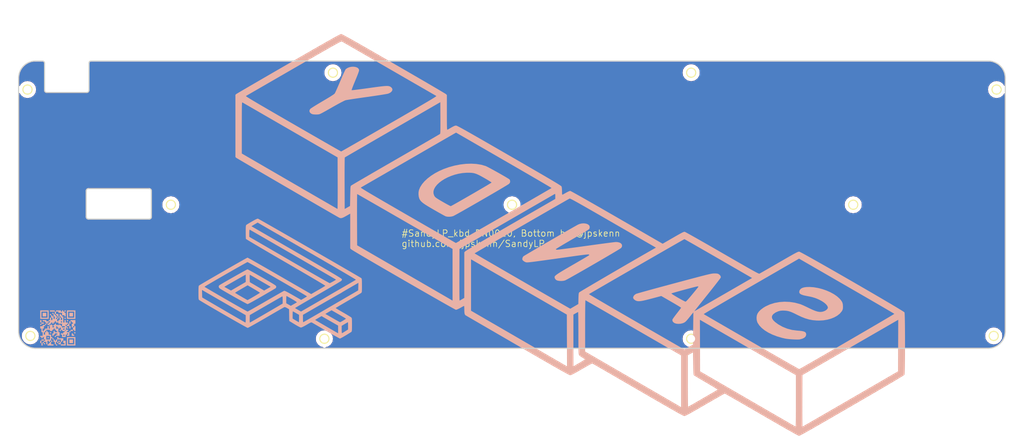
<source format=kicad_pcb>
(kicad_pcb (version 20240108) (generator "pcbnew") (generator_version "8.0")
  (title_block (title "Sandy") (date "2023-01-06") (rev "v.0") (company "@jpskenn"))
  (layers (0 "F.Cu" signal) (31 "B.Cu" signal) (34 "B.Paste" user) (35 "F.Paste" user) (36 "B.SilkS" user "B.Silkscreen") (37 "F.SilkS" user "F.Silkscreen") (38 "B.Mask" user) (39 "F.Mask" user) (44 "Edge.Cuts" user))
  (net 0 "")
  (footprint "locallib:MXOnly-1U-Hotswap-guide-dummy" (layer "F.Cu") (at 235.371695 84.153685)
    (property "Reference" "SW_<1")
    (property "Value" "SW_Push")
  )
  (footprint "locallib:MXOnly-1U-Hotswap-guide-dummy" (layer "F.Cu") (at 254.421775 84.153685)
    (property "Reference" "SW_>1")
    (property "Value" "SW_Push")
  )
  (footprint "locallib:MXOnly-1U-Hotswap-guide-dummy" (layer "F.Cu") (at 54.395935 65.103565)
    (property "Reference" "SW_A1")
    (property "Value" "SW_Push")
  )
  (footprint "locallib:MXOnly-1U-Hotswap-guide-dummy" (layer "F.Cu") (at 82.970935 84.153645)
    (property "Reference" "SW_C1")
    (property "Value" "SW_Push")
  )
  (footprint "locallib:MXOnly-1U-Hotswap-guide-dummy" (layer "F.Cu") (at 92.495935 65.103565)
    (property "Reference" "SW_D1")
    (property "Value" "SW_Push")
  )
  (footprint "locallib:MXOnly-1U-Hotswap-guide-dummy" (layer "F.Cu") (at 92.495935 46.053485)
    (property "Reference" "SW_E1")
    (property "Value" "SW_Push")
  )
  (footprint "locallib:MXOnly-1U-Hotswap-guide-dummy" (layer "F.Cu") (at 111.545935 65.103565)
    (property "Reference" "SW_F1")
    (property "Value" "SW_Push")
  )
  (footprint "locallib:MXOnly-1U-Hotswap-guide-dummy" (layer "F.Cu") (at 225.846655 46.053525)
    (property "Reference" "SW_I1")
    (property "Value" "SW_Push")
  )
  (footprint "locallib:MXOnly-1U-Hotswap-guide-dummy" (layer "F.Cu") (at 225.846655 65.103605)
    (property "Reference" "SW_K1")
    (property "Value" "SW_Push")
  )
  (footprint "locallib:MXOnly-1U-Hotswap-guide-dummy" (layer "F.Cu") (at 244.896735 65.103605)
    (property "Reference" "SW_L1")
    (property "Value" "SW_Push")
  )
  (footprint "locallib:MXOnly-1U-Hotswap-guide-dummy" (layer "F.Cu") (at 216.321615 84.153645)
    (property "Reference" "SW_M1")
    (property "Value" "SW_Push")
  )
  (footprint "locallib:MXOnly-1U-Hotswap-guide-dummy" (layer "F.Cu") (at 197.271535 84.153645)
    (property "Reference" "SW_N1")
    (property "Value" "SW_Push")
  )
  (footprint "locallib:MXOnly-1U-Hotswap-guide-dummy" (layer "F.Cu") (at 244.896735 46.053525)
    (property "Reference" "SW_O1")
    (property "Value" "SW_Push")
  )
  (footprint "locallib:MXOnly-1U-Hotswap-guide-dummy" (layer "F.Cu") (at 102.020935 84.153645)
    (property "Reference" "SW_V1")
    (property "Value" "SW_Push")
  )
  (footprint "locallib:MXOnly-1U-Hotswap-guide-dummy" (layer "F.Cu") (at 73.445935 46.053485)
    (property "Reference" "SW_W1")
    (property "Value" "SW_Push")
  )
  (footprint "locallib:MXOnly-1U-Hotswap-guide-dummy" (layer "F.Cu") (at 63.920935 84.153645)
    (property "Reference" "SW_X1")
    (property "Value" "SW_Push")
  )
  (footprint "locallib:MXOnly-1U-Hotswap-guide-dummy" (layer "F.Cu") (at 44.870935 84.153645)
    (property "Reference" "SW_Z1")
    (property "Value" "SW_Push")
  )
  (footprint "locallib:MXOnly-1U-Hotswap-guide-dummy" (layer "F.Cu") (at 97.258435 103.203765)
    (property "Reference" "SW_LALTu1")
    (property "Value" "SW_Push")
  )
  (footprint "locallib:MXOnly-1U-Hotswap-guide-dummy" (layer "F.Cu") (at 221.083435 103.203765)
    (property "Reference" "SW_RALT1")
    (property "Value" "SW_Push")
  )
  (footprint "locallib:MXOnly-1U-Hotswap-guide-dummy" (layer "F.Cu") (at 282.995935 65.103605)
    (property "Reference" "SW_ENT1")
    (property "Value" "SW_Push")
  )
  (footprint "locallib:MXOnly-1U-Hotswap-guide-dummy" (layer "F.Cu") (at 263.945975 65.103765)
    (property "Reference" "SW_;1")
    (property "Value" "SW_Push")
  )
  (footprint "locallib:MXOnly-1U-Hotswap-guide-dummy" (layer "F.Cu") (at 35.345935 65.103765)
    (property "Reference" "SW_CTL1")
    (property "Value" "SW_Push")
  )
  (footprint "locallib:MXOnly-1U-Hotswap-guide-dummy" (layer "F.Cu") (at 273.472015 84.153685)
    (property "Reference" "SW_/1")
    (property "Value" "SW_Push")
  )
  (footprint "locallib:MXOnly-1U-Hotswap-guide-dummy" (layer "F.Cu") (at 73.445935 65.103565)
    (property "Reference" "SW_S1")
    (property "Value" "SW_Push")
  )
  (footprint "locallib:MountingHole_2.2mm_M2_No_Cu" (layer "F.Cu") (at 23.895935 42.436218)
    (property "Reference" "H_btm_1")
    (property "Value" "MountingHole")
    (pad "" np_thru_hole circle (at 0 0) (size 2.2 2.2) (drill 2.2) (layers "*.Cu" "*.Mask"))
    (zone (net 0) (net_name "") (layers "F&B.Cu") (connect_pads (clearance 0)) (min_thickness 0.254)
      (keepout (tracks not_allowed) (vias not_allowed) (pads allowed) (copperpour not_allowed) (footprints allowed))
      (fill (thermal_gap 0.508) (thermal_bridge_width 0.508))
      (polygon (pts (xy 24.895935 40.236218) (xy 25.695935 40.836218) (xy 26.195935 41.636218) (xy 26.295935 42.436218) (xy 26.195935 43.236218) (xy 25.695935 44.036218) (xy 24.895935 44.636218) (xy 23.895935 44.836218) (xy 22.895935 44.636218) (xy 22.095935 44.036218) (xy 21.595935 43.236218) (xy 21.495935 42.436218) (xy 21.595935 41.636218) (xy 22.095935 40.836218) (xy 22.895935 40.236218) (xy 23.895935 40.036218)))
    )
  )
  (footprint "locallib:MountingHole_2.2mm_M2_No_Cu" (layer "F.Cu") (at 109.164685 37.71903)
    (property "Reference" "H_btm_2")
    (property "Value" "MountingHole")
    (pad "" np_thru_hole circle (at 0 0) (size 2.2 2.2) (drill 2.2) (layers "*.Cu" "*.Mask"))
    (zone (net 0) (net_name "") (layers "F&B.Cu") (connect_pads (clearance 0)) (min_thickness 0.254)
      (keepout (tracks not_allowed) (vias not_allowed) (pads allowed) (copperpour not_allowed) (footprints allowed))
      (fill (thermal_gap 0.508) (thermal_bridge_width 0.508))
      (polygon (pts (xy 110.164685 35.51903) (xy 110.964685 36.11903) (xy 111.464685 36.91903) (xy 111.564685 37.71903) (xy 111.464685 38.51903) (xy 110.964685 39.31903) (xy 110.164685 39.91903) (xy 109.164685 40.11903) (xy 108.164685 39.91903) (xy 107.364685 39.31903) (xy 106.864685 38.51903) (xy 106.764685 37.71903) (xy 106.864685 36.91903) (xy 107.364685 36.11903) (xy 108.164685 35.51903) (xy 109.164685 35.31903)))
    )
  )
  (footprint "locallib:MountingHole_2.2mm_M2_No_Cu" (layer "F.Cu") (at 209.177185 37.71903)
    (property "Reference" "H_btm_3")
    (property "Value" "MountingHole")
    (pad "" np_thru_hole circle (at 0 0) (size 2.2 2.2) (drill 2.2) (layers "*.Cu" "*.Mask"))
    (zone (net 0) (net_name "") (layers "F&B.Cu") (connect_pads (clearance 0)) (min_thickness 0.254)
      (keepout (tracks not_allowed) (vias not_allowed) (pads allowed) (copperpour not_allowed) (footprints allowed))
      (fill (thermal_gap 0.508) (thermal_bridge_width 0.508))
      (polygon (pts (xy 210.177185 35.51903) (xy 210.977185 36.11903) (xy 211.477185 36.91903) (xy 211.577185 37.71903) (xy 211.477185 38.51903) (xy 210.977185 39.31903) (xy 210.177185 39.91903) (xy 209.177185 40.11903) (xy 208.177185 39.91903) (xy 207.377185 39.31903) (xy 206.877185 38.51903) (xy 206.777185 37.71903) (xy 206.877185 36.91903) (xy 207.377185 36.11903) (xy 208.177185 35.51903) (xy 209.177185 35.31903)))
    )
  )
  (footprint "locallib:MXOnly-1U-Hotswap-guide-dummy" (layer "F.Cu") (at 78.208434 103.203765)
    (property "Reference" "SW_LWIN1")
    (property "Value" "SW_Push")
  )
  (footprint "locallib:MountingHole_2.2mm_M2_No_Cu" (layer "F.Cu") (at 294.445935 42.436218)
    (property "Reference" "H_btm_4")
    (property "Value" "MountingHole")
    (pad "" np_thru_hole circle (at 0 0) (size 2.2 2.2) (drill 2.2) (layers "*.Cu" "*.Mask"))
    (zone (net 0) (net_name "") (layers "F&B.Cu") (connect_pads (clearance 0)) (min_thickness 0.254)
      (keepout (tracks not_allowed) (vias not_allowed) (pads allowed) (copperpour not_allowed) (footprints allowed))
      (fill (thermal_gap 0.508) (thermal_bridge_width 0.508))
      (polygon (pts (xy 295.445935 40.236218) (xy 296.245935 40.836218) (xy 296.745935 41.636218) (xy 296.845935 42.436218) (xy 296.745935 43.236218) (xy 296.245935 44.036218) (xy 295.445935 44.636218) (xy 294.445935 44.836218) (xy 293.445935 44.636218) (xy 292.645935 44.036218) (xy 292.145935 43.236218) (xy 292.045935 42.436218) (xy 292.145935 41.636218) (xy 292.645935 40.836218) (xy 293.445935 40.236218) (xy 294.445935 40.036218)))
    )
  )
  (footprint "locallib:MXOnly-1U-Hotswap-guide-dummy" (layer "F.Cu") (at 206.796575 65.103565)
    (property "Reference" "SW_J1")
    (property "Value" "SW_Push")
  )
  (footprint "locallib:MXOnly-1U-Hotswap-guide-dummy" (layer "F.Cu") (at 118.689685 103.203405)
    (property "Reference" "SW_LSPC1")
    (property "Value" "SW_Push")
  )
  (footprint "locallib:MountingHole_2.2mm_M2_No_Cu" (layer "F.Cu") (at 106.783435 112.08778)
    (property "Reference" "H_btm_9")
    (property "Value" "MountingHole")
    (pad "" np_thru_hole circle (at 0 0) (size 2.2 2.2) (drill 2.2) (layers "*.Cu" "*.Mask"))
    (zone (net 0) (net_name "") (layers "F&B.Cu") (connect_pads (clearance 0)) (min_thickness 0.254)
      (keepout (tracks not_allowed) (vias not_allowed) (pads allowed) (copperpour not_allowed) (footprints allowed))
      (fill (thermal_gap 0.508) (thermal_bridge_width 0.508))
      (polygon (pts (xy 107.783435 109.88778) (xy 108.583435 110.48778) (xy 109.083435 111.28778) (xy 109.183435 112.08778) (xy 109.083435 112.88778) (xy 108.583435 113.68778) (xy 107.783435 114.28778) (xy 106.783435 114.48778) (xy 105.783435 114.28778) (xy 104.983435 113.68778) (xy 104.483435 112.88778) (xy 104.383435 112.08778) (xy 104.483435 111.28778) (xy 104.983435 110.48778) (xy 105.783435 109.88778) (xy 106.783435 109.68778)))
    )
  )
  (footprint "locallib:MountingHole_2.2mm_M2_No_Cu" (layer "F.Cu") (at 24.695935 111.28778)
    (property "Reference" "H_btm_8")
    (property "Value" "MountingHole")
    (pad "" np_thru_hole circle (at 0 0) (size 2.2 2.2) (drill 2.2) (layers "*.Cu" "*.Mask"))
    (zone (net 0) (net_name "") (layers "F&B.Cu") (connect_pads (clearance 0)) (min_thickness 0.254)
      (keepout (tracks not_allowed) (vias not_allowed) (pads allowed) (copperpour not_allowed) (footprints allowed))
      (fill (thermal_gap 0.508) (thermal_bridge_width 0.508))
      (polygon (pts (xy 25.695935 109.08778) (xy 26.495935 109.68778) (xy 26.995935 110.48778) (xy 27.095935 111.28778) (xy 26.995935 112.08778) (xy 26.495935 112.88778) (xy 25.695935 113.48778) (xy 24.695935 113.68778) (xy 23.695935 113.48778) (xy 22.895935 112.88778) (xy 22.395935 112.08778) (xy 22.295935 111.28778) (xy 22.395935 110.48778) (xy 22.895935 109.68778) (xy 23.695935 109.08778) (xy 24.695935 108.88778)))
    )
  )
  (footprint "locallib:MXOnly-1U-Hotswap-guide-dummy" (layer "F.Cu") (at 240.133435 103.203405)
    (property "Reference" "SW_RWIN1")
    (property "Value" "SW_Push")
  )
  (footprint "locallib:MXOnly-1U-Hotswap-guide-dummy" (layer "F.Cu") (at 159.170935 103.203765 90)
    (property "Reference" "SW_R5CNT_C1")
    (property "Value" "RotaryEncoder_Switch")
  )
  (footprint "locallib:MXOnly-1U-Hotswap-guide-dummy" (layer "F.Cu") (at 140.121375 103.203765)
    (property "Reference" "SW_R5CNT_L1")
    (property "Value" "SW_Push")
  )
  (footprint "locallib:MXOnly-1U-Hotswap-guide-dummy" (layer "F.Cu") (at 121.070935 84.153405)
    (property "Reference" "SW_B1")
    (property "Value" "SW_Push")
  )
  (footprint "locallib:MXOnly-1U-Hotswap-guide-dummy" (layer "F.Cu") (at 199.652185 103.203405)
    (property "Reference" "SW_RSPC1")
    (property "Value" "SW_Push")
  )
  (footprint "locallib:MXOnly-1U-Hotswap-guide-dummy" (layer "F.Cu") (at 178.220975 103.203765)
    (property "Reference" "SW_R5CNT_R1")
    (property "Value" "SW_Push")
  )
  (footprint "locallib:MountingHole_2.2mm_M2_No_Cu" (layer "F.Cu") (at 293.645935 111.28778)
    (property "Reference" "H_btm_11")
    (property "Value" "MountingHole")
    (pad "" np_thru_hole circle (at 0 0) (size 2.2 2.2) (drill 2.2) (layers "*.Cu" "*.Mask"))
    (zone (net 0) (net_name "") (layers "F&B.Cu") (connect_pads (clearance 0)) (min_thickness 0.254)
      (keepout (tracks not_allowed) (vias not_allowed) (pads allowed) (copperpour not_allowed) (footprints allowed))
      (fill (thermal_gap 0.508) (thermal_bridge_width 0.508))
      (polygon (pts (xy 294.645935 109.08778) (xy 295.445935 109.68778) (xy 295.945935 110.48778) (xy 296.045935 111.28778) (xy 295.945935 112.08778) (xy 295.445935 112.88778) (xy 294.645935 113.48778) (xy 293.645935 113.68778) (xy 292.645935 113.48778) (xy 291.845935 112.88778) (xy 291.345935 112.08778) (xy 291.245935 111.28778) (xy 291.345935 110.48778) (xy 291.845935 109.68778) (xy 292.645935 109.08778) (xy 293.645935 108.88778)))
    )
  )
  (footprint "locallib:MountingHole_2.2mm_M2_No_Cu" (layer "F.Cu") (at 63.920935 74.628405)
    (property "Reference" "H_btm_5")
    (property "Value" "MountingHole")
    (pad "" np_thru_hole circle (at 0 0) (size 2.2 2.2) (drill 2.2) (layers "*.Cu" "*.Mask"))
    (zone (net 0) (net_name "") (layers "F&B.Cu") (connect_pads (clearance 0)) (min_thickness 0.254)
      (keepout (tracks not_allowed) (vias not_allowed) (pads allowed) (copperpour not_allowed) (footprints allowed))
      (fill (thermal_gap 0.508) (thermal_bridge_width 0.508))
      (polygon (pts (xy 64.920935 72.428405) (xy 65.720935 73.028405) (xy 66.220935 73.828405) (xy 66.320935 74.628405) (xy 66.220935 75.428405) (xy 65.720935 76.228405) (xy 64.920935 76.828405) (xy 63.920935 77.028405) (xy 62.920935 76.828405) (xy 62.120935 76.228405) (xy 61.620935 75.428405) (xy 61.520935 74.628405) (xy 61.620935 73.828405) (xy 62.120935 73.028405) (xy 62.920935 72.428405) (xy 63.920935 72.228405)))
    )
  )
  (footprint "locallib:MountingHole_2.2mm_M2_No_Cu" (layer "F.Cu") (at 254.420935 74.628405)
    (property "Reference" "H_btm_7")
    (property "Value" "MountingHole")
    (pad "" np_thru_hole circle (at 0 0) (size 2.2 2.2) (drill 2.2) (layers "*.Cu" "*.Mask"))
    (zone (net 0) (net_name "") (layers "F&B.Cu") (connect_pads (clearance 0)) (min_thickness 0.254)
      (keepout (tracks not_allowed) (vias not_allowed) (pads allowed) (copperpour not_allowed) (footprints allowed))
      (fill (thermal_gap 0.508) (thermal_bridge_width 0.508))
      (polygon (pts (xy 255.420935 72.428405) (xy 256.220935 73.028405) (xy 256.720935 73.828405) (xy 256.820935 74.628405) (xy 256.720935 75.428405) (xy 256.220935 76.228405) (xy 255.420935 76.828405) (xy 254.420935 77.028405) (xy 253.420935 76.828405) (xy 252.620935 76.228405) (xy 252.120935 75.428405) (xy 252.020935 74.628405) (xy 252.120935 73.828405) (xy 252.620935 73.028405) (xy 253.420935 72.428405) (xy 254.420935 72.228405)))
    )
  )
  (footprint "locallib:SandyLP_outline_Plate_Base_gentle_corner" (layer "F.Cu") (at 159.170935 84.153405)
    (property "Reference" "REF**" (hide yes))
    (property "Value" "60_Outline" (hide yes))
    (fp_line (start -137.7625 25.84371) (end -137.7625 -44.94379) (stroke (width 0.3)) (layer "Edge.Cuts"))
    (fp_line (start -131.100736 -49.70629) (end -133 -49.70629) (stroke (width 0.3)) (layer "Edge.Cuts"))
    (fp_line (start -130.500736 -41.50629) (end -130.500736 -49.10629) (stroke (width 0.3)) (layer "Edge.Cuts"))
    (fp_line (start -129.900736 -40.90629) (end -118.725 -40.90629) (stroke (width 0.3)) (layer "Edge.Cuts"))
    (fp_line (start -118.873528 -6.124264) (end -118.873528 -13.424264) (stroke (width 0.3)) (layer "Edge.Cuts"))
    (fp_line (start -118.273528 -5.524264) (end -101.297792 -5.524264) (stroke (width 0.3)) (layer "Edge.Cuts"))
    (fp_line (start -118.125 -41.50629) (end -118.125 -49.10629) (stroke (width 0.3)) (layer "Edge.Cuts"))
    (fp_line (start -101.297792 -14.024264) (end -118.273528 -14.024264) (stroke (width 0.3)) (layer "Edge.Cuts"))
    (fp_line (start -100.697792 -6.124264) (end -100.697792 -13.424264) (stroke (width 0.3)) (layer "Edge.Cuts"))
    (fp_line (start 132.95 -49.70629) (end -117.525 -49.70629) (stroke (width 0.3)) (layer "Edge.Cuts"))
    (fp_line (start 132.95 30.60621) (end -133 30.60621) (stroke (width 0.3)) (layer "Edge.Cuts"))
    (fp_line (start 137.7125 25.84371) (end 137.7125 -44.94379) (stroke (width 0.3)) (layer "Edge.Cuts"))
    (fp_arc (start -137.7625 -44.94379) (mid -136.367596 -48.311386) (end -133 -49.70629) (stroke (width 0.3)) (layer "Edge.Cuts"))
    (fp_arc (start -133 30.60621) (mid -136.367596 29.211306) (end -137.7625 25.84371) (stroke (width 0.3)) (layer "Edge.Cuts"))
    (fp_arc (start -131.100736 -49.70629) (mid -130.676472 -49.530554) (end -130.500736 -49.10629) (stroke (width 0.3)) (layer "Edge.Cuts"))
    (fp_arc (start -129.900736 -40.90629) (mid -130.325 -41.082026) (end -130.500736 -41.50629) (stroke (width 0.3)) (layer "Edge.Cuts"))
    (fp_arc (start -118.873528 -13.424264) (mid -118.697792 -13.848528) (end -118.273528 -14.024264) (stroke (width 0.3)) (layer "Edge.Cuts"))
    (fp_arc (start -118.273528 -5.524264) (mid -118.697792 -5.7) (end -118.873528 -6.124264) (stroke (width 0.3)) (layer "Edge.Cuts"))
    (fp_arc (start -118.125 -49.10629) (mid -117.949264 -49.530554) (end -117.525 -49.70629) (stroke (width 0.3)) (layer "Edge.Cuts"))
    (fp_arc (start -118.125 -41.50629) (mid -118.300736 -41.082026) (end -118.725 -40.90629) (stroke (width 0.3)) (layer "Edge.Cuts"))
    (fp_arc (start -101.297792 -14.024264) (mid -100.873528 -13.848528) (end -100.697792 -13.424264) (stroke (width 0.3)) (layer "Edge.Cuts"))
    (fp_arc (start -100.697792 -6.124264) (mid -100.873528 -5.7) (end -101.297792 -5.524264) (stroke (width 0.3)) (layer "Edge.Cuts"))
    (fp_arc (start 132.95 -49.70629) (mid 136.317593 -48.311385) (end 137.7125 -44.94379) (stroke (width 0.3)) (layer "Edge.Cuts"))
    (fp_arc (start 137.7125 25.84371) (mid 136.317593 29.2113) (end 132.95 30.60621) (stroke (width 0.3)) (layer "Edge.Cuts"))
  )
  (footprint "locallib:MountingHole_2.2mm_M2_No_Cu" (layer "F.Cu") (at 159.170935 74.628405)
    (property "Reference" "H_btm_6")
    (property "Value" "MountingHole")
    (pad "" np_thru_hole circle (at 0 0) (size 2.2 2.2) (drill 2.2) (layers "*.Cu" "*.Mask"))
    (zone (net 0) (net_name "") (layers "F&B.Cu") (connect_pads (clearance 0)) (min_thickness 0.254)
      (keepout (tracks not_allowed) (vias not_allowed) (pads allowed) (copperpour not_allowed) (footprints allowed))
      (fill (thermal_gap 0.508) (thermal_bridge_width 0.508))
      (polygon (pts (xy 160.170935 72.428405) (xy 160.970935 73.028405) (xy 161.470935 73.828405) (xy 161.570935 74.628405) (xy 161.470935 75.428405) (xy 160.970935 76.228405) (xy 160.170935 76.828405) (xy 159.170935 77.028405) (xy 158.170935 76.828405) (xy 157.370935 76.228405) (xy 156.870935 75.428405) (xy 156.770935 74.628405) (xy 156.870935 73.828405) (xy 157.370935 73.028405) (xy 158.170935 72.428405) (xy 159.170935 72.228405)))
    )
  )
  (footprint "locallib:MountingHole_2.2mm_M2_No_Cu" (layer "F.Cu") (at 209.177185 112.08778)
    (property "Reference" "H_btm_10")
    (property "Value" "MountingHole")
    (pad "" np_thru_hole circle (at 0 0) (size 2.2 2.2) (drill 2.2) (layers "*.Cu" "*.Mask"))
    (zone (net 0) (net_name "") (layers "F&B.Cu") (connect_pads (clearance 0)) (min_thickness 0.254)
      (keepout (tracks not_allowed) (vias not_allowed) (pads allowed) (copperpour not_allowed) (footprints allowed))
      (fill (thermal_gap 0.508) (thermal_bridge_width 0.508))
      (polygon (pts (xy 210.177185 109.88778) (xy 210.977185 110.48778) (xy 211.477185 111.28778) (xy 211.577185 112.08778) (xy 211.477185 112.88778) (xy 210.977185 113.68778) (xy 210.177185 114.28778) (xy 209.177185 114.48778) (xy 208.177185 114.28778) (xy 207.377185 113.68778) (xy 206.877185 112.88778) (xy 206.777185 112.08778) (xy 206.877185 111.28778) (xy 207.377185 110.48778) (xy 208.177185 109.88778) (xy 209.177185 109.68778)))
    )
  )
  (footprint "locallib:SandyLP_QR_600dpi" (layer "B.Cu") (at 32.360182 109.065456 180)
    (property "Reference" "G***" (at 0 0 0) (layer "B.SilkS") (effects (font (size 1.5 1.5) (thickness 0.3)) (justify mirror)))
    (property "Value" "LOGO" (hide yes))
  )
  (footprint "locallib:SandyLP_logo_LP40_h115" (layer "B.Cu") (at 170.249235 83.256081 180)
    (property "Reference" "G***" (hide yes))
    (property "Value" "LOGO" (hide yes))
  )
  (gr_text "#SandyLP_kbd DN0010, Bottom by @jpskenn\ngithub.com/jpskenn/SandyLP" (at 128.205485 84.062331 0) (layer "F.SilkS") (effects (font (size 1.8 1.8) (thickness 0.2)) (justify left)))
  (zone (net 0) (net_name "") (layers "F&B.Cu") (connect_pads (clearance 0.2)) (min_thickness 0.2) (fill yes (thermal_gap 0.3) (thermal_bridge_width 0.5))
    (polygon (pts (xy 302.045934 121.06278) (xy 16.295934 121.06278) (xy 16.295934 17.478405) (xy 302.045934 17.478405)))
  )
)
</source>
